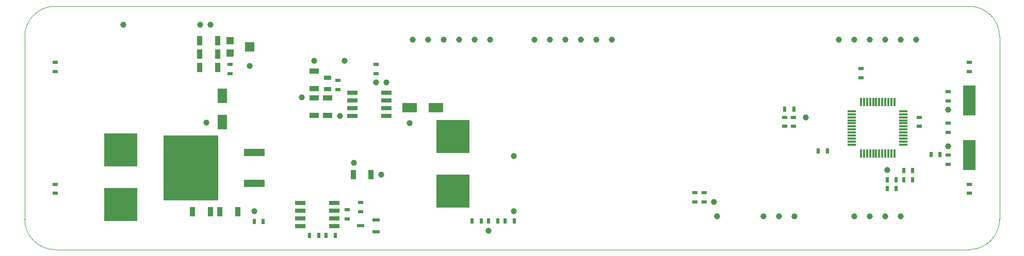
<source format=gtp>
G04*
G04 #@! TF.GenerationSoftware,Altium Limited,Altium Designer,23.8.1 (32)*
G04*
G04 Layer_Color=8421504*
%FSAX44Y44*%
%MOMM*%
G71*
G04*
G04 #@! TF.SameCoordinates,78110BDE-5C4C-41F2-AE8D-2B4B6642ACCE*
G04*
G04*
G04 #@! TF.FilePolarity,Positive*
G04*
G01*
G75*
%ADD70C,0.1000*%
%ADD71R,0.9000X0.6000*%
%ADD72R,1.2000X1.2000*%
%ADD73R,1.5000X1.6000*%
%ADD74R,0.9000X1.6000*%
%ADD75R,0.6000X0.9000*%
%ADD76R,3.4290X1.2570*%
%ADD77R,9.0170X10.6680*%
%ADD78R,1.5500X2.3500*%
%ADD79R,1.2000X0.6000*%
%ADD80R,5.4000X5.4000*%
%ADD81C,1.0000*%
%ADD82R,1.8000X0.7000*%
%ADD83R,2.0000X5.0000*%
%ADD84R,1.4750X0.3000*%
%ADD85R,0.3000X1.4750*%
%ADD86R,2.3500X1.5500*%
%ADD87R,1.6000X0.9000*%
%ADD88R,1.3000X0.7000*%
D70*
X01300000Y01850000D02*
G03*
X01350000Y01800000I00050000J00000000D01*
G01*
X02850000D02*
G03*
X02900000Y01850000I00000000J00050000D01*
G01*
X01350000Y02200000D02*
G03*
X01300000Y02150000I00000000J-00050000D01*
G01*
X02900000D02*
G03*
X02850000Y02200000I-00050000J00000000D01*
G01*
X01350000D02*
X02850000Y02200000D01*
X01300000Y01850000D02*
X01300000Y02150000D01*
X01350000Y01800000D02*
X02850000Y01800000D01*
X02900000Y02150000D02*
X02900000Y01850000D01*
D71*
X01637000Y02089500D02*
D03*
Y02104500D02*
D03*
X01851000Y01862500D02*
D03*
Y01877500D02*
D03*
X01829000Y01850500D02*
D03*
Y01865500D02*
D03*
X02816000Y02007500D02*
D03*
Y01992500D02*
D03*
X02400000Y01893500D02*
D03*
Y01878500D02*
D03*
X02415000Y01893500D02*
D03*
Y01878500D02*
D03*
X02816000Y02059500D02*
D03*
Y02044500D02*
D03*
Y01940500D02*
D03*
Y01955500D02*
D03*
X02562000Y02002500D02*
D03*
Y02017500D02*
D03*
X02547000Y02002500D02*
D03*
Y02017500D02*
D03*
X02672500Y02097500D02*
D03*
Y02082500D02*
D03*
X02768000Y02002500D02*
D03*
Y02017500D02*
D03*
X01350000Y01892500D02*
D03*
Y01907500D02*
D03*
X02850000Y02107500D02*
D03*
Y02092500D02*
D03*
Y01892500D02*
D03*
Y01907500D02*
D03*
X01350000Y02107500D02*
D03*
Y02092500D02*
D03*
X01877000Y02104500D02*
D03*
Y02089500D02*
D03*
X01814000Y02078000D02*
D03*
Y02063000D02*
D03*
D72*
X01637000Y02143000D02*
D03*
Y02123000D02*
D03*
D73*
X01669500Y02133000D02*
D03*
D74*
X01868500Y01923000D02*
D03*
X01839500D02*
D03*
X01616500Y02099000D02*
D03*
X01587500D02*
D03*
X01616500Y02121000D02*
D03*
X01587500D02*
D03*
X01616500Y02143000D02*
D03*
X01587500D02*
D03*
X01649500Y01862500D02*
D03*
X01620500D02*
D03*
X01604500D02*
D03*
X01575500D02*
D03*
D75*
X01809500Y01823000D02*
D03*
X01794500D02*
D03*
X01782500D02*
D03*
X01767500D02*
D03*
X01691500Y01846000D02*
D03*
X01676500D02*
D03*
X02787500Y01956000D02*
D03*
X02802500D02*
D03*
X02730500Y01915000D02*
D03*
X02715500D02*
D03*
Y01900000D02*
D03*
X02730500D02*
D03*
X02547500Y02031000D02*
D03*
X02562500D02*
D03*
X02602500Y01962500D02*
D03*
X02617500D02*
D03*
X02757500Y01930000D02*
D03*
X02742500D02*
D03*
X02757500Y01915000D02*
D03*
X02742500D02*
D03*
X02103500Y01847000D02*
D03*
X02088500D02*
D03*
X02076500D02*
D03*
X02061500D02*
D03*
X02049500D02*
D03*
X02034500D02*
D03*
D76*
X01676820Y01908600D02*
D03*
Y01959400D02*
D03*
D77*
X01573000Y01934000D02*
D03*
D78*
X01624000Y02052500D02*
D03*
Y02009500D02*
D03*
D79*
X01877000Y01848500D02*
D03*
Y01829500D02*
D03*
X01851000Y01839000D02*
D03*
D80*
X01458000Y01964000D02*
D03*
Y01874000D02*
D03*
X02003000Y01986000D02*
D03*
Y01896000D02*
D03*
D81*
X01987300Y02145000D02*
D03*
X01588000Y02170000D02*
D03*
X01598000Y02009000D02*
D03*
X01605000Y02170000D02*
D03*
X01677000Y01863000D02*
D03*
X01669500Y02102000D02*
D03*
X01885000Y01923000D02*
D03*
X01840000Y01943000D02*
D03*
X01461900Y02170000D02*
D03*
X02582000Y02017500D02*
D03*
X02061000Y01831000D02*
D03*
X02431000Y01878500D02*
D03*
X02763500Y02145000D02*
D03*
X02738100D02*
D03*
X02712700D02*
D03*
X02687300D02*
D03*
X02661900D02*
D03*
X02636500D02*
D03*
X02512700Y01855000D02*
D03*
X02538100D02*
D03*
X02436500D02*
D03*
X02563500D02*
D03*
X01936500Y02145000D02*
D03*
X02136500D02*
D03*
X02661900Y01855000D02*
D03*
X02687300D02*
D03*
X02712700D02*
D03*
X02738100D02*
D03*
X02063500Y02145000D02*
D03*
X02038100D02*
D03*
X02012700D02*
D03*
X01961900D02*
D03*
X02263500D02*
D03*
X02238100D02*
D03*
X02715500Y01930750D02*
D03*
X02212700Y02145000D02*
D03*
X02187300D02*
D03*
X02816000Y01970000D02*
D03*
X02161900Y02145000D02*
D03*
X02816000Y02030000D02*
D03*
X01817000Y02020000D02*
D03*
X01932000Y02008000D02*
D03*
X01755000Y02050000D02*
D03*
X01775000Y02110000D02*
D03*
X01877000Y02075000D02*
D03*
X01825000Y02110000D02*
D03*
X01894000Y02075000D02*
D03*
X02103000Y01863000D02*
D03*
Y01954000D02*
D03*
D82*
X01752000Y01864350D02*
D03*
X01808000D02*
D03*
X01752000Y01877050D02*
D03*
X01808000D02*
D03*
X01752000Y01851650D02*
D03*
X01808000D02*
D03*
X01752000Y01838950D02*
D03*
X01808000D02*
D03*
X01894000Y02032650D02*
D03*
X01838000D02*
D03*
X01894000Y02019950D02*
D03*
X01838000D02*
D03*
X01894000Y02045350D02*
D03*
X01838000D02*
D03*
X01894000Y02058050D02*
D03*
X01838000D02*
D03*
D83*
X02850000Y02045000D02*
D03*
Y01955000D02*
D03*
D84*
X02742380Y01972500D02*
D03*
Y01977500D02*
D03*
Y01982500D02*
D03*
Y01987500D02*
D03*
Y01992500D02*
D03*
Y01997500D02*
D03*
Y02002500D02*
D03*
Y02007500D02*
D03*
Y02012500D02*
D03*
Y02017500D02*
D03*
Y02022500D02*
D03*
Y02027500D02*
D03*
X02657620D02*
D03*
Y02022500D02*
D03*
Y02017500D02*
D03*
Y02012500D02*
D03*
Y02007500D02*
D03*
Y02002500D02*
D03*
Y01997500D02*
D03*
Y01992500D02*
D03*
Y01987500D02*
D03*
Y01982500D02*
D03*
Y01977500D02*
D03*
Y01972500D02*
D03*
D85*
X02727500Y02042380D02*
D03*
X02722500D02*
D03*
X02717500D02*
D03*
X02712500D02*
D03*
X02707500D02*
D03*
X02702500D02*
D03*
X02697500D02*
D03*
X02692500D02*
D03*
X02687500D02*
D03*
X02682500D02*
D03*
X02677500D02*
D03*
X02672500D02*
D03*
Y01957620D02*
D03*
X02677500D02*
D03*
X02682500D02*
D03*
X02687500D02*
D03*
X02692500D02*
D03*
X02697500D02*
D03*
X02702500D02*
D03*
X02707500D02*
D03*
X02712500D02*
D03*
X02717500D02*
D03*
X02722500D02*
D03*
X02727500D02*
D03*
D86*
X01932000Y02033000D02*
D03*
X01975000D02*
D03*
D87*
X01775000Y02020500D02*
D03*
Y02049500D02*
D03*
X01797000Y02020500D02*
D03*
Y02049500D02*
D03*
X01775000Y02093500D02*
D03*
Y02064500D02*
D03*
D88*
X01797000Y02082500D02*
D03*
Y02063500D02*
D03*
M02*

</source>
